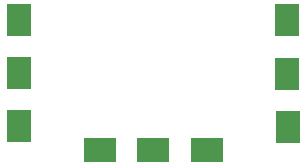
<source format=gbp>
%FSLAX25Y25*%
%MOIN*%
G70*
G01*
G75*
G04 Layer_Color=128*
%ADD10R,0.03600X0.03000*%
%ADD11R,0.03543X0.02559*%
%ADD12R,0.07874X0.11024*%
%ADD13R,0.06000X0.05000*%
%ADD14R,0.03000X0.03600*%
%ADD15R,0.03150X0.00906*%
%ADD16R,0.00906X0.03150*%
%ADD17R,0.03937X0.07874*%
%ADD18C,0.01000*%
%ADD19C,0.02000*%
%ADD20C,0.01500*%
%ADD21C,0.01700*%
%ADD22C,0.01900*%
%ADD23R,0.15156X0.09649*%
%ADD24R,0.15310X0.02394*%
%ADD25R,0.06525X0.02707*%
%ADD26R,0.06323X0.02939*%
%ADD27R,0.06830X0.04197*%
%ADD28R,0.19009X0.03190*%
%ADD29R,0.08936X0.09999*%
%ADD30R,0.08242X0.15824*%
%ADD31R,0.08028X0.08465*%
%ADD32R,0.08515X0.08961*%
%ADD33C,0.02300*%
%ADD34C,0.01800*%
%ADD35R,0.11024X0.07874*%
%ADD36C,0.00984*%
%ADD37C,0.00787*%
%ADD38C,0.00700*%
%ADD39C,0.01200*%
%ADD40C,0.00400*%
%ADD41R,0.01672X0.03953*%
%ADD42R,0.07665X0.08194*%
%ADD43R,0.08822X0.08756*%
%ADD44R,0.04400X0.03800*%
%ADD45R,0.04343X0.03359*%
%ADD46R,0.08674X0.11824*%
%ADD47R,0.06800X0.05800*%
%ADD48R,0.03800X0.04400*%
%ADD49R,0.03950X0.01706*%
%ADD50R,0.01706X0.03950*%
%ADD51R,0.04737X0.08674*%
%ADD52C,0.02700*%
%ADD53C,0.02200*%
%ADD54C,0.02600*%
%ADD55R,0.11824X0.08674*%
D12*
X305597Y341500D02*
D03*
X305680Y323776D02*
D03*
X305672Y306026D02*
D03*
X395092Y305864D02*
D03*
X395008Y323587D02*
D03*
X395017Y341337D02*
D03*
D35*
X368111Y298154D02*
D03*
X350388Y298071D02*
D03*
X332638Y298079D02*
D03*
M02*

</source>
